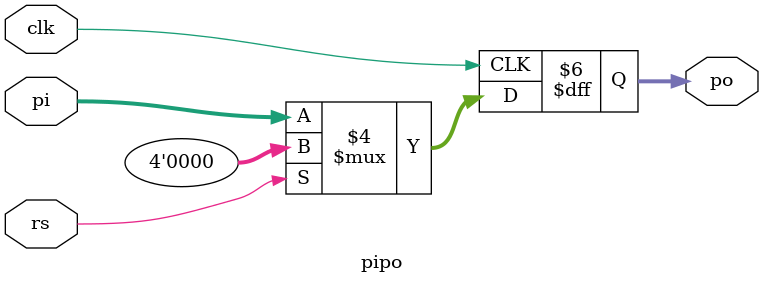
<source format=v>
module pipo(input [3:0] pi,input clk,rs,output reg [3:0] po);
always @ (posedge clk)begin
if(rs==1)begin
po<=4'b0000;
end

else begin
po<=pi;
end
end
endmodule

</source>
